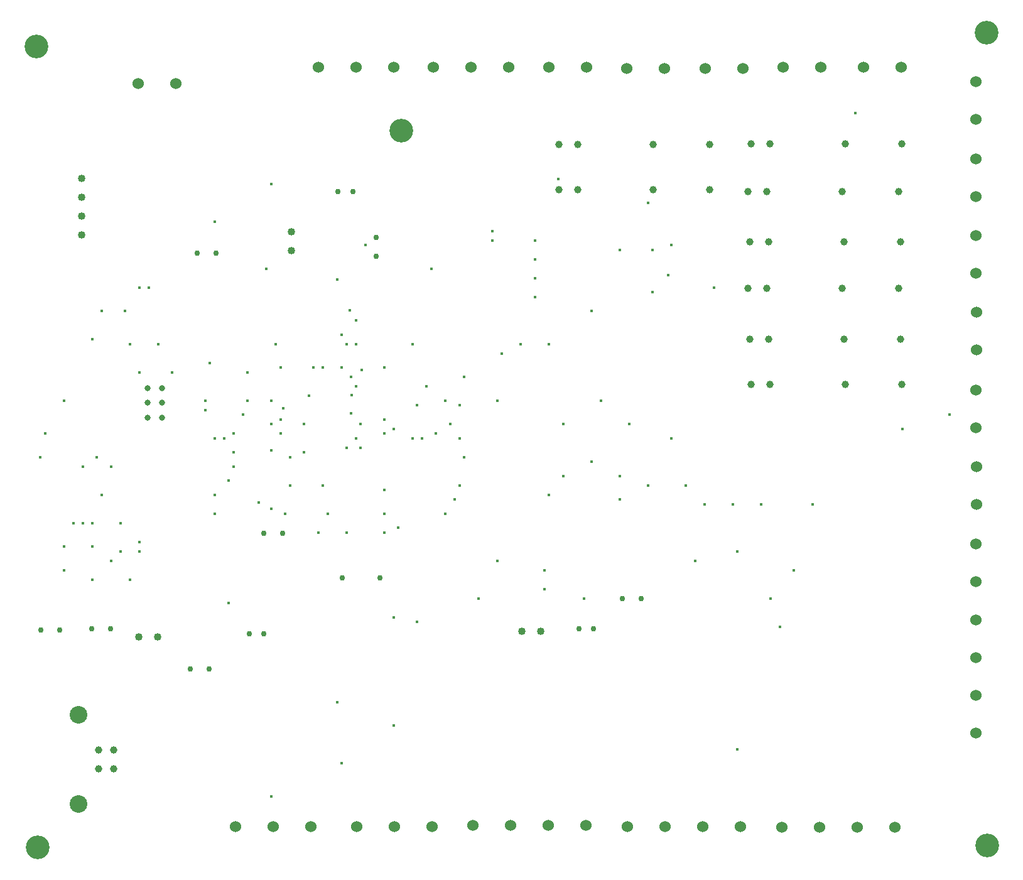
<source format=gbr>
G04 PROTEUS GERBER X2 FILE*
%TF.GenerationSoftware,Labcenter,Proteus,8.9-SP0-Build27865*%
%TF.CreationDate,2020-09-22T21:26:54+00:00*%
%TF.FileFunction,Plated,1,4,PTH*%
%TF.FilePolarity,Positive*%
%TF.Part,Single*%
%TF.SameCoordinates,{f185f003-b8c0-4bff-ac61-c446508f75ad}*%
%FSLAX45Y45*%
%MOMM*%
G01*
%TA.AperFunction,ViaDrill*%
%ADD147C,0.381000*%
%TA.AperFunction,ComponentDrill*%
%ADD148C,0.812800*%
%TA.AperFunction,ComponentDrill*%
%ADD149C,1.016000*%
%TA.AperFunction,ComponentDrill*%
%ADD150C,0.762000*%
%ADD151C,1.524000*%
%ADD152C,0.750000*%
%TA.AperFunction,ComponentDrill*%
%ADD153C,1.000000*%
%TA.AperFunction,ComponentDrill*%
%ADD154C,2.380000*%
%TA.AperFunction,OtherDrill,Unknown*%
%ADD155C,3.200000*%
%TD.AperFunction*%
D147*
X-8001000Y+2286000D03*
X-8636000Y+2222500D03*
X-5207000Y+4953000D03*
X-7112000Y+4064000D03*
X-6540500Y+4191000D03*
X-5969000Y+3429000D03*
X-4508500Y+2476500D03*
X-8001000Y+2159000D03*
X+508000Y+1524000D03*
X-6286500Y+5969000D03*
X-8509000Y+5397500D03*
X+825500Y+1905000D03*
X-5207000Y+2413000D03*
X-6985000Y+2667000D03*
X-4254500Y+4127500D03*
X-8636000Y+1778000D03*
X-5588000Y+2413000D03*
X-9017000Y+1905000D03*
X-7048500Y+4699000D03*
X-7874000Y+5715000D03*
X-8255000Y+2540000D03*
X-6223000Y+7112000D03*
X-8509000Y+2921000D03*
X-6159500Y+4953000D03*
X-9334500Y+3429000D03*
X-1143000Y+3048000D03*
X-8763000Y+2540000D03*
X-2540000Y+1905000D03*
X-3175000Y+2032000D03*
X-7112000Y+4191000D03*
X-8382000Y+2032000D03*
X-3683000Y+3683000D03*
X+381000Y+2794000D03*
X-4572000Y+1270000D03*
X-5270500Y+4635500D03*
X-381000Y+2794000D03*
X-8636000Y+5016500D03*
X-6985000Y+6604000D03*
X-8128000Y+1778000D03*
X-8382000Y+3302000D03*
X+0Y+2794000D03*
X+1079500Y+2794000D03*
X-3683000Y+4127500D03*
X-5270500Y-698500D03*
X-4191000Y+3683000D03*
X-2667000Y+5842000D03*
X-2667000Y+6096000D03*
X-2667000Y+6350000D03*
X-2667000Y+5588000D03*
X-3683000Y+3048000D03*
X-6096000Y+4635500D03*
X-8763000Y+3302000D03*
X-8001000Y+5715000D03*
X-4254500Y+1206500D03*
X-7747000Y+4953000D03*
X-9271000Y+3746500D03*
X-6223000Y+4191000D03*
X-9017000Y+4191000D03*
X-3619500Y+3429000D03*
X-4699000Y+3937000D03*
X-8636000Y+2540000D03*
X-5969000Y+3048000D03*
X-5461000Y+2667000D03*
X-4953000Y+6286500D03*
X-1397000Y+3873500D03*
X-2286000Y+3873500D03*
X-1905000Y+3365500D03*
X-825500Y+3683000D03*
X-2286000Y+3175000D03*
X-2476500Y+2921000D03*
X-1079500Y+5651500D03*
X-1143000Y+6858000D03*
X-1524000Y+6223000D03*
X-1079500Y+6223000D03*
X-3238500Y+6350000D03*
X-3238500Y+6477000D03*
X-2540000Y+1651000D03*
X-8255000Y+2159000D03*
X-8572500Y+3429000D03*
X-2349500Y+7175500D03*
X-2857500Y+4953000D03*
X-2476500Y+4953000D03*
X-1905000Y+5397500D03*
X-1778000Y+4191000D03*
X-1524000Y+2857500D03*
X+635000Y+1143000D03*
X-4064000Y+5969000D03*
X-1524000Y+3175000D03*
X-635000Y+3048000D03*
X+63500Y-508000D03*
X-6731000Y+3746500D03*
X-5207000Y+3556000D03*
X-5715000Y+4254500D03*
X-508000Y+2032000D03*
X-5270500Y+5080000D03*
X-6604000Y+4000500D03*
X-5080000Y+5270500D03*
X+63500Y+2159000D03*
X-3873500Y+2667000D03*
X-5651500Y+4635500D03*
X-6731000Y+3492500D03*
X-6731000Y+3302000D03*
X-6985000Y+3683000D03*
X-6858000Y+3683000D03*
X+2286000Y+3810000D03*
X+2921000Y+4000500D03*
X-6096000Y+3746500D03*
X-5334000Y+127000D03*
X-4572000Y-190500D03*
X-6223000Y-1143000D03*
X-4318000Y+4953000D03*
X-5080000Y+4953000D03*
X-5080000Y+4381500D03*
X-4318000Y+3683000D03*
X-3175000Y+4191000D03*
X-4699000Y+4635500D03*
X-6540500Y+4572000D03*
X-7556500Y+4572000D03*
X-6985000Y+2921000D03*
X-8128000Y+4953000D03*
X-3619500Y+4508500D03*
X-5016500Y+3556000D03*
X-3111500Y+4826000D03*
X-5080000Y+3683000D03*
X-4000500Y+3746500D03*
X-4699000Y+3746500D03*
X-4127500Y+4381500D03*
X-4572000Y+3810000D03*
X-3873500Y+4191000D03*
X-5016500Y+3873500D03*
X-8191500Y+5397500D03*
X-8890000Y+2540000D03*
X-9017000Y+2222500D03*
X-2006600Y+1524000D03*
X-3429000Y+1524000D03*
X-6794500Y+1460500D03*
X-5524500Y+3048000D03*
X-4699000Y+2984500D03*
X-4699000Y+2667000D03*
X-4699000Y+2413000D03*
X-825500Y+6286500D03*
X-5334822Y+5820956D03*
X-870000Y+5880000D03*
X+1651000Y+8064500D03*
X-5524500Y+4635500D03*
X-3746500Y+2857500D03*
X-6223000Y+3873500D03*
X-6223000Y+2730500D03*
X-6794500Y+3111500D03*
X-5133588Y+4261161D03*
X-254000Y+5715000D03*
X-5143500Y+4020000D03*
X-4997991Y+4601754D03*
X-5165689Y+5403429D03*
X-5143500Y+4508500D03*
X-3810000Y+3873500D03*
X-5778500Y+3492500D03*
X-8001000Y+4572000D03*
X-6060000Y+4090000D03*
X-6096000Y+3937000D03*
X-6032500Y+2667000D03*
X-5778500Y+3873500D03*
X-6221197Y+3517018D03*
X-6390000Y+2820000D03*
D148*
X-7690000Y+3960000D03*
X-7890000Y+3960000D03*
X-7690000Y+4160000D03*
X-7890000Y+4160000D03*
X-7690000Y+4360000D03*
X-7890000Y+4360000D03*
D149*
X-8780000Y+7188000D03*
X-8780000Y+6934000D03*
X-8780000Y+6680000D03*
X-8780000Y+6426000D03*
D150*
X-5260000Y+1800000D03*
X-4752000Y+1800000D03*
X-6970000Y+6180000D03*
X-7224000Y+6180000D03*
X-6320000Y+2400000D03*
X-6066000Y+2400000D03*
D151*
X-8019423Y+8463085D03*
X-7511423Y+8463085D03*
D152*
X-5320000Y+7010000D03*
X-5120000Y+7010000D03*
D149*
X-5950000Y+6210000D03*
X-5950000Y+6464000D03*
D150*
X-4810000Y+6390000D03*
X-4810000Y+6136000D03*
D149*
X-8010000Y+1000000D03*
X-7756000Y+1000000D03*
D150*
X-7060000Y+570000D03*
X-7314000Y+570000D03*
D152*
X-6320000Y+1050000D03*
X-6520000Y+1050000D03*
D149*
X-2844000Y+1080000D03*
X-2590000Y+1080000D03*
D150*
X-1484000Y+1520000D03*
X-1230000Y+1520000D03*
D152*
X-1874000Y+1110000D03*
X-2074000Y+1110000D03*
D151*
X+3280000Y+1750000D03*
X+3280000Y+2258000D03*
X+3290000Y+2790000D03*
X+3290000Y+3298000D03*
X+3280000Y+3820000D03*
X+3280000Y+4328000D03*
X+3290000Y+4870000D03*
X+3290000Y+5378000D03*
D153*
X+2236000Y+7010000D03*
X+1474000Y+7010000D03*
X+458000Y+7010000D03*
X+204000Y+7010000D03*
X+2276000Y+7650000D03*
X+1514000Y+7650000D03*
X+498000Y+7650000D03*
X+244000Y+7650000D03*
X+2266000Y+6330000D03*
X+1504000Y+6330000D03*
X+488000Y+6330000D03*
X+234000Y+6330000D03*
X+2236000Y+5700000D03*
X+1474000Y+5700000D03*
X+458000Y+5700000D03*
X+204000Y+5700000D03*
X+2266000Y+5020000D03*
X+1504000Y+5020000D03*
X+488000Y+5020000D03*
X+234000Y+5020000D03*
X+2276000Y+4410000D03*
X+1514000Y+4410000D03*
X+498000Y+4410000D03*
X+244000Y+4410000D03*
X-314000Y+7640000D03*
X-1076000Y+7640000D03*
X-2092000Y+7640000D03*
X-2346000Y+7640000D03*
X-314000Y+7030000D03*
X-1076000Y+7030000D03*
X-2092000Y+7030000D03*
X-2346000Y+7030000D03*
D151*
X+3280000Y+5910000D03*
X+3280000Y+6418000D03*
X+3280000Y+6940000D03*
X+3280000Y+7448000D03*
X+3280000Y+7980000D03*
X+3280000Y+8488000D03*
X+1760000Y+8680000D03*
X+2268000Y+8680000D03*
X+680000Y+8680000D03*
X+1188000Y+8680000D03*
X-370000Y+8670000D03*
X+138000Y+8670000D03*
X-1430000Y+8670000D03*
X-922000Y+8670000D03*
X-2480000Y+8680000D03*
X-1972000Y+8680000D03*
X+3280000Y+1230000D03*
X+3280000Y+722000D03*
X+3280000Y+214000D03*
X+3280000Y-294000D03*
X-4040000Y+8680000D03*
X-3532000Y+8680000D03*
X-3024000Y+8680000D03*
X-5590000Y+8680000D03*
X-5082000Y+8680000D03*
X-4574000Y+8680000D03*
X+660000Y-1560000D03*
X+1168000Y-1560000D03*
X+1676000Y-1560000D03*
X+2184000Y-1560000D03*
X-1420000Y-1550000D03*
X-912000Y-1550000D03*
X-404000Y-1550000D03*
X+104000Y-1550000D03*
X-3500000Y-1540000D03*
X-2992000Y-1540000D03*
X-2484000Y-1540000D03*
X-1976000Y-1540000D03*
X-5070000Y-1550000D03*
X-4562000Y-1550000D03*
X-4054000Y-1550000D03*
X-6700000Y-1550000D03*
X-6192000Y-1550000D03*
X-5684000Y-1550000D03*
D150*
X-9330000Y+1100000D03*
X-9076000Y+1100000D03*
X-8644000Y+1110000D03*
X-8390000Y+1110000D03*
D153*
X-8349000Y-770000D03*
X-8349000Y-520000D03*
X-8549000Y-520000D03*
X-8549000Y-770000D03*
D154*
X-8820000Y-1247000D03*
X-8820000Y-43000D03*
D155*
X-9390000Y+8960000D03*
X-9370000Y-1830000D03*
X+3430000Y-1810000D03*
X-4470000Y+7830000D03*
X+3420000Y+9150000D03*
M02*

</source>
